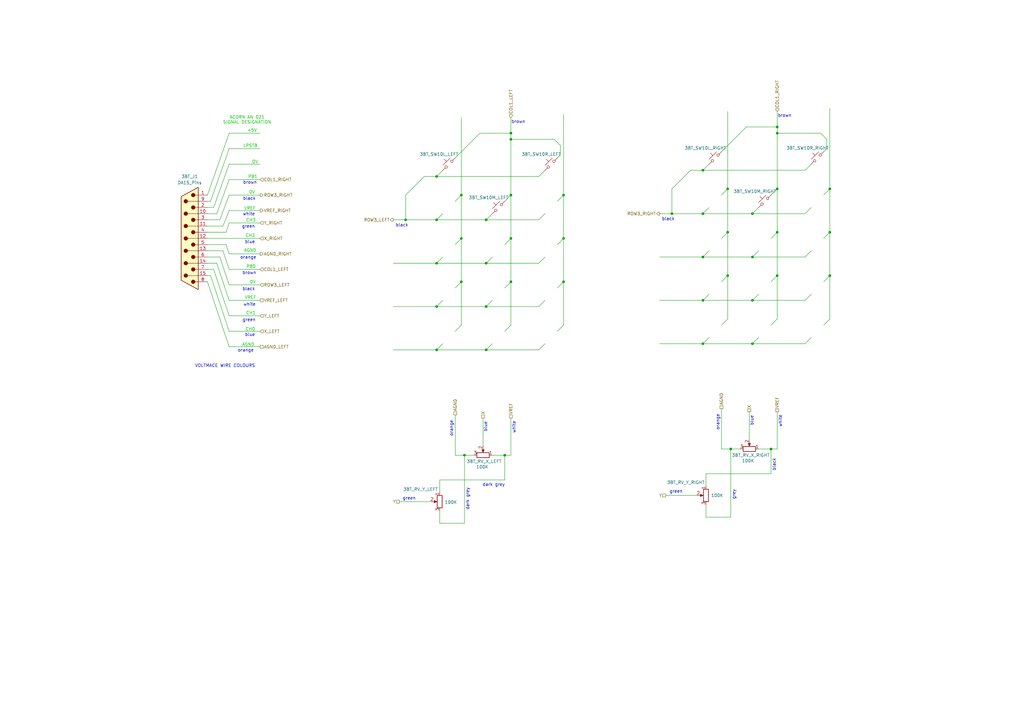
<source format=kicad_sch>
(kicad_sch (version 20250114) (generator "eeschema") (generator_version "9.0")
  (paper "A3")
  (lib_symbols
    (symbol "Connector:DA15_Pins" (pin_names (offset 1.016) (hide yes))
      (property "Reference" "J" (at 0.508 21.59 0))
      (property "Value" "DA15_Pins" (at 0 -22.225 0))
      (symbol "DA15_Pins_0_1"
        (polyline (pts (xy -3.81 17.78) (xy -2.54 17.78)))
        (polyline (pts (xy -3.81 15.24) (xy 0.508 15.24)))
        (polyline (pts (xy -3.81 12.7) (xy -2.54 12.7)))
        (polyline (pts (xy -3.81 10.16) (xy 0.508 10.16)))
        (polyline (pts (xy -3.81 7.62) (xy -2.54 7.62)))
        (polyline (pts (xy -3.81 5.08) (xy 0.508 5.08)))
        (polyline (pts (xy -3.81 2.54) (xy -2.54 2.54)))
        (polyline (pts (xy -3.81 0) (xy 0.508 0)))
        (polyline (pts (xy -3.81 -2.54) (xy -2.54 -2.54)))
        (polyline (pts (xy -3.81 -5.08) (xy 0.508 -5.08)))
        (polyline (pts (xy -3.81 -7.62) (xy -2.54 -7.62)))
        (polyline (pts (xy -3.81 -10.16) (xy 0.508 -10.16)))
        (polyline (pts (xy -3.81 -12.7) (xy -2.54 -12.7)))
        (polyline (pts (xy -3.81 -15.24) (xy 0.508 -15.24)))
        (polyline (pts (xy -3.81 -17.78) (xy -2.54 -17.78)))
        (polyline (pts (xy -3.81 -20.955) (xy 3.175 -17.145) (xy 3.175 17.145) (xy -3.81 20.955) (xy -3.81 -20.955)) (stroke (width 0.254)) (fill (type background)))
        (circle (center -1.778 17.78) (radius 0.762) (fill (type outline)))
        (circle (center -1.778 12.7) (radius 0.762) (fill (type outline)))
        (circle (center -1.778 7.62) (radius 0.762) (fill (type outline)))
        (circle (center -1.778 2.54) (radius 0.762) (fill (type outline)))
        (circle (center -1.778 -2.54) (radius 0.762) (fill (type outline)))
        (circle (center -1.778 -7.62) (radius 0.762) (fill (type outline)))
        (circle (center -1.778 -12.7) (radius 0.762) (fill (type outline)))
        (circle (center -1.778 -17.78) (radius 0.762) (fill (type outline)))
        (circle (center 1.27 15.24) (radius 0.762) (fill (type outline)))
        (circle (center 1.27 10.16) (radius 0.762) (fill (type outline)))
        (circle (center 1.27 5.08) (radius 0.762) (fill (type outline)))
        (circle (center 1.27 0) (radius 0.762) (fill (type outline)))
        (circle (center 1.27 -5.08) (radius 0.762) (fill (type outline)))
        (circle (center 1.27 -10.16) (radius 0.762) (fill (type outline)))
        (circle (center 1.27 -15.24) (radius 0.762) (fill (type outline)))
      )
      (symbol "DA15_Pins_1_1"
        (pin passive line (at -7.62 17.78 0) (length 3.81) (name "8") (number "8"))
        (pin passive line (at -7.62 15.24 0) (length 3.81) (name "P15") (number "15"))
        (pin passive line (at -7.62 12.7 0) (length 3.81) (name "7") (number "7"))
        (pin passive line (at -7.62 10.16 0) (length 3.81) (name "P14") (number "14"))
        (pin passive line (at -7.62 7.62 0) (length 3.81) (name "6") (number "6"))
        (pin passive line (at -7.62 5.08 0) (length 3.81) (name "P13") (number "13"))
        (pin passive line (at -7.62 2.54 0) (length 3.81) (name "5") (number "5"))
        (pin passive line (at -7.62 0 0) (length 3.81) (name "P12") (number "12"))
        (pin passive line (at -7.62 -2.54 0) (length 3.81) (name "4") (number "4"))
        (pin passive line (at -7.62 -5.08 0) (length 3.81) (name "P111") (number "11"))
        (pin passive line (at -7.62 -7.62 0) (length 3.81) (name "3") (number "3"))
        (pin passive line (at -7.62 -10.16 0) (length 3.81) (name "P10") (number "10"))
        (pin passive line (at -7.62 -12.7 0) (length 3.81) (name "2") (number "2"))
        (pin passive line (at -7.62 -15.24 0) (length 3.81) (name "P9") (number "9"))
        (pin passive line (at -7.62 -17.78 0) (length 3.81) (name "1") (number "1"))
      )
    )
    (symbol "Device:R_Potentiometer" (pin_names (offset 1.016) (hide yes))
      (property "Reference" "RV" (at -4.445 0 90))
      (property "Value" "R_Potentiometer" (at -2.54 0 90))
      (symbol "R_Potentiometer_0_1"
        (rectangle (start 1.016 2.54) (end -1.016 -2.54) (stroke (width 0.254)))
        (polyline (pts (xy 1.143 0) (xy 2.286 0.508) (xy 2.286 -0.508) (xy 1.143 0)) (fill (type outline)))
        (polyline (pts (xy 2.54 0) (xy 1.524 0)))
      )
      (symbol "R_Potentiometer_1_1"
        (pin passive line (at 0 3.81 270) (length 1.27) (name "1") (number "1"))
        (pin passive line (at 0 -3.81 90) (length 1.27) (name "3") (number "3"))
        (pin passive line (at 3.81 0 180) (length 1.27) (name "2") (number "2"))
      )
    )
    (symbol "Switch:SW_Push_45deg" (pin_numbers (hide yes)) (pin_names (offset 1.016) (hide yes))
      (property "Reference" "SW" (at 3.048 1.016 0))
      (property "Value" "SW_Push_45deg" (at 0 -3.81 0))
      (symbol "SW_Push_45deg_0_1"
        (polyline (pts (xy -2.54 2.54) (xy -1.524 1.524) (xy -1.524 1.524)))
        (circle (center -1.1684 1.1684) (radius 0.508))
        (polyline (pts (xy -0.508 2.54) (xy 2.54 -0.508)))
        (polyline (pts (xy 1.016 1.016) (xy 2.032 2.032)))
        (circle (center 1.143 -1.1938) (radius 0.508))
        (polyline (pts (xy 1.524 -1.524) (xy 2.54 -2.54) (xy 2.54 -2.54) (xy 2.54 -2.54)))
        (pin passive line (at -2.54 2.54 0) (length 0) (name "1") (number "1"))
        (pin passive line (at 2.54 -2.54 180) (length 0) (name "2") (number "2"))
      )
    )
  )
  (text "black" (at 164.846 92.456 0) (effects (font (size 1.27 1.27))))
  (text "brown" (at 321.818 47.498 0) (effects (font (size 1.27 1.27))))
  (text "white" (at 104.648 87.884 0) (effects (font (size 1.27 1.27)) (justify right)))
  (text "VREF" (at 104.902 85.598 0) (effects (font (size 1.27 1.27)) (justify right)))
  (text "brown" (at 105.156 112.014 0) (effects (font (size 1.27 1.27)) (justify right)))
  (text "blue" (at 104.648 137.414 0) (effects (font (size 1.27 1.27)) (justify right)))
  (text "CH0" (at 104.648 135.128 0) (effects (font (size 1.27 1.27)) (justify right)))
  (text "CH2" (at 104.648 96.774 0) (effects (font (size 1.27 1.27)) (justify right)))
  (text "orange" (at 294.386 176.53 90) (effects (font (size 1.27 1.27)) (justify left)))
  (text "white" (at 320.04 170.18 90) (effects (font (size 1.27 1.27)) (justify right)))
  (text "PB1" (at 105.664 72.644 0) (effects (font (size 1.27 1.27)) (justify right)))
  (text "black" (at 274.066 89.916 0) (effects (font (size 1.27 1.27))))
  (text "orange" (at 104.14 143.764 0) (effects (font (size 1.27 1.27)) (justify right)))
  (text "blue" (at 104.648 99.314 0) (effects (font (size 1.27 1.27)) (justify right)))
  (text "CH1" (at 104.902 128.524 0) (effects (font (size 1.27 1.27)) (justify right)))
  (text "brown" (at 212.598 50.038 0) (effects (font (size 1.27 1.27))))
  (text "blue" (at 308.356 170.434 90) (effects (font (size 1.27 1.27)) (justify right)))
  (text "green" (at 104.902 131.318 0) (effects (font (size 1.27 1.27)) (justify right)))
  (text "0V" (at 104.902 115.824 0) (effects (font (size 1.27 1.27)) (justify right)))
  (text "0V" (at 104.648 78.994 0) (effects (font (size 1.27 1.27)) (justify right)))
  (text "AGND" (at 105.156 102.87 0) (effects (font (size 1.27 1.27)) (justify right)))
  (text "grey" (at 300.99 204.978 90) (effects (font (size 1.27 1.27)) (justify left)))
  (text "CH3" (at 104.902 90.424 0) (effects (font (size 1.27 1.27)) (justify right)))
  (text "black" (at 104.648 118.618 0) (effects (font (size 1.27 1.27)) (justify right)))
  (text "brown" (at 105.41 74.93 0) (effects (font (size 1.27 1.27)) (justify right)))
  (text "black" (at 317.5 187.96 90) (effects (font (size 1.27 1.27)) (justify right)))
  (text "blue" (at 199.136 172.974 90) (effects (font (size 1.27 1.27)) (justify right)))
  (text "dark grey" (at 191.77 209.296 90) (effects (font (size 1.27 1.27)) (justify left)))
  (text "+5V" (at 105.41 53.594 0) (effects (font (size 1.27 1.27)) (justify right)))
  (text "orange" (at 105.156 105.664 0) (effects (font (size 1.27 1.27)) (justify right)))
  (text "orange" (at 185.166 179.07 90) (effects (font (size 1.27 1.27)) (justify left)))
  (text "OV" (at 105.918 66.548 0) (effects (font (size 1.27 1.27)) (justify right)))
  (text "VREF" (at 105.156 122.174 0) (effects (font (size 1.27 1.27)) (justify right)))
  (text "LPSTB" (at 105.664 59.944 0) (effects (font (size 1.27 1.27)) (justify right)))
  (text "PB0" (at 104.902 109.474 0) (effects (font (size 1.27 1.27)) (justify right)))
  (text "ACORN AN 021\nSIGNAL DESIGNATION" (at 101.346 49.276 0) (effects (font (size 1.27 1.27))))
  (text "green" (at 274.574 201.676 0) (effects (font (size 1.27 1.27)) (justify left)))
  (text "white" (at 210.82 172.72 90) (effects (font (size 1.27 1.27)) (justify right)))
  (text "AGND" (at 104.394 141.478 0) (effects (font (size 1.27 1.27)) (justify right)))
  (text "green" (at 104.648 92.964 0) (effects (font (size 1.27 1.27)) (justify right)))
  (text "VOLTMACE WIRE COLOURS" (at 104.648 150.114 0) (effects (font (size 1.27 1.27)) (justify right)))
  (text "green" (at 165.1 204.47 0) (effects (font (size 1.27 1.27)) (justify left)))
  (text "dark grey" (at 197.866 198.882 0) (effects (font (size 1.27 1.27)) (justify left)))
  (text "white" (at 104.902 124.968 0) (effects (font (size 1.27 1.27)) (justify right)))
  (text "black" (at 104.902 81.534 0) (effects (font (size 1.27 1.27)) (justify right)))
  (junction (at 189.23 115.57))
  (junction (at 209.55 57.15))
  (junction (at 288.29 87.63))
  (junction (at 308.61 123.19))
  (junction (at 199.39 90.17))
  (junction (at 288.29 105.41))
  (junction (at 308.61 87.63))
  (junction (at 316.23 184.15))
  (junction (at 318.77 95.25))
  (junction (at 166.37 90.17))
  (junction (at 207.01 186.69))
  (junction (at 209.55 97.79))
  (junction (at 298.45 95.25))
  (junction (at 179.07 125.73))
  (junction (at 209.55 54.61))
  (junction (at 308.61 105.41))
  (junction (at 189.23 97.79))
  (junction (at 288.29 69.85))
  (junction (at 231.14 80.01))
  (junction (at 298.45 113.03))
  (junction (at 318.77 54.61))
  (junction (at 340.36 77.47))
  (junction (at 299.72 184.15))
  (junction (at 340.36 95.25))
  (junction (at 288.29 123.19))
  (junction (at 298.45 77.47))
  (junction (at 179.07 72.39))
  (junction (at 179.07 107.95))
  (junction (at 199.39 143.51))
  (junction (at 231.14 97.79))
  (junction (at 288.29 140.97))
  (junction (at 209.55 115.57))
  (junction (at 308.61 140.97))
  (junction (at 318.77 52.07))
  (junction (at 231.14 115.57))
  (junction (at 318.77 113.03))
  (junction (at 318.77 77.47))
  (junction (at 179.07 143.51))
  (junction (at 340.36 113.03))
  (junction (at 189.23 80.01))
  (junction (at 275.59 87.63))
  (junction (at 179.07 90.17))
  (junction (at 190.5 186.69))
  (junction (at 199.39 125.73))
  (junction (at 199.39 107.95))
  (junction (at 209.55 80.01))
  (wire (pts (xy 209.55 48.26) (xy 209.55 54.61)))
  (wire (pts (xy 273.05 203.2) (xy 285.75 203.2)))
  (wire (pts (xy 161.29 107.95) (xy 179.07 107.95)))
  (wire (pts (xy 298.45 77.47) (xy 298.45 95.25)))
  (wire (pts (xy 180.34 196.85) (xy 180.34 201.93)))
  (wire (pts (xy 207.01 118.11) (xy 209.55 115.57)))
  (wire (pts (xy 288.29 69.85) (xy 330.2 69.85)))
  (wire (pts (xy 85.09 82.55) (xy 86.36 82.55)))
  (wire (pts (xy 332.74 102.87) (xy 330.2 105.41)))
  (wire (pts (xy 299.72 184.15) (xy 299.72 212.09)))
  (wire (pts (xy 201.93 105.41) (xy 199.39 107.95)))
  (wire (pts (xy 93.98 60.96) (xy 106.68 60.96)))
  (wire (pts (xy 318.77 184.15) (xy 316.23 184.15)))
  (wire (pts (xy 161.29 90.17) (xy 166.37 90.17)))
  (wire (pts (xy 92.71 100.33) (xy 93.98 104.14)))
  (wire (pts (xy 290.83 102.87) (xy 288.29 105.41)))
  (wire (pts (xy 275.59 87.63) (xy 288.29 87.63)))
  (wire (pts (xy 85.09 80.01) (xy 93.98 54.61)))
  (wire (pts (xy 290.83 138.43) (xy 288.29 140.97)))
  (wire (pts (xy 93.98 142.24) (xy 106.68 142.24)))
  (wire (pts (xy 86.36 113.03) (xy 93.98 135.89)))
  (wire (pts (xy 339.09 57.15) (xy 336.55 54.61)))
  (wire (pts (xy 283.21 69.85) (xy 288.29 69.85)))
  (wire (pts (xy 189.23 115.57) (xy 189.23 133.35)))
  (wire (pts (xy 166.37 90.17) (xy 179.07 90.17)))
  (wire (pts (xy 295.91 115.57) (xy 298.45 113.03)))
  (wire (pts (xy 209.55 171.45) (xy 209.55 186.69)))
  (wire (pts (xy 209.55 186.69) (xy 207.01 186.69)))
  (wire (pts (xy 289.56 207.01) (xy 289.56 212.09)))
  (wire (pts (xy 85.09 105.41) (xy 90.17 105.41)))
  (wire (pts (xy 209.55 54.61) (xy 209.55 57.15)))
  (wire (pts (xy 209.55 80.01) (xy 209.55 97.79)))
  (wire (pts (xy 337.82 133.35) (xy 340.36 130.81)))
  (wire (pts (xy 92.71 95.25) (xy 93.98 91.44)))
  (wire (pts (xy 231.14 115.57) (xy 231.14 133.35)))
  (wire (pts (xy 87.63 85.09) (xy 93.98 67.31)))
  (wire (pts (xy 295.91 80.01) (xy 298.45 77.47)))
  (wire (pts (xy 189.23 48.26) (xy 189.23 80.01)))
  (wire (pts (xy 228.6 118.11) (xy 231.14 115.57)))
  (wire (pts (xy 340.36 113.03) (xy 340.36 130.81)))
  (wire (pts (xy 201.93 140.97) (xy 199.39 143.51)))
  (wire (pts (xy 85.09 113.03) (xy 86.36 113.03)))
  (wire (pts (xy 307.34 168.91) (xy 307.34 180.34)))
  (wire (pts (xy 316.23 115.57) (xy 318.77 113.03)))
  (wire (pts (xy 332.74 120.65) (xy 330.2 123.19)))
  (wire (pts (xy 308.61 140.97) (xy 330.2 140.97)))
  (wire (pts (xy 228.6 135.89) (xy 231.14 133.35)))
  (wire (pts (xy 207.01 186.69) (xy 207.01 196.85)))
  (wire (pts (xy 295.91 97.79) (xy 298.45 95.25)))
  (wire (pts (xy 189.23 97.79) (xy 189.23 115.57)))
  (wire (pts (xy 90.17 105.41) (xy 93.98 116.84)))
  (wire (pts (xy 180.34 196.85) (xy 207.01 196.85)))
  (wire (pts (xy 181.61 105.41) (xy 179.07 107.95)))
  (wire (pts (xy 181.61 123.19) (xy 179.07 125.73)))
  (wire (pts (xy 311.15 138.43) (xy 308.61 140.97)))
  (wire (pts (xy 228.6 82.55) (xy 231.14 80.01)))
  (wire (pts (xy 316.23 184.15) (xy 311.15 184.15)))
  (wire (pts (xy 223.52 69.85) (xy 220.98 72.39)))
  (wire (pts (xy 173.99 72.39) (xy 166.37 80.01)))
  (wire (pts (xy 196.85 54.61) (xy 209.55 54.61)))
  (wire (pts (xy 311.15 85.09) (xy 308.61 87.63)))
  (wire (pts (xy 298.45 95.25) (xy 298.45 113.03)))
  (wire (pts (xy 85.09 85.09) (xy 87.63 85.09)))
  (wire (pts (xy 180.34 209.55) (xy 180.34 214.63)))
  (wire (pts (xy 163.83 205.74) (xy 176.53 205.74)))
  (wire (pts (xy 318.77 168.91) (xy 318.77 184.15)))
  (wire (pts (xy 270.51 87.63) (xy 275.59 87.63)))
  (wire (pts (xy 270.51 123.19) (xy 288.29 123.19)))
  (wire (pts (xy 179.07 107.95) (xy 199.39 107.95)))
  (wire (pts (xy 161.29 125.73) (xy 179.07 125.73)))
  (wire (pts (xy 290.83 120.65) (xy 288.29 123.19)))
  (wire (pts (xy 318.77 52.07) (xy 318.77 54.61)))
  (wire (pts (xy 93.98 110.49) (xy 106.68 110.49)))
  (wire (pts (xy 231.14 80.01) (xy 231.14 97.79)))
  (wire (pts (xy 209.55 57.15) (xy 227.33 57.15)))
  (wire (pts (xy 311.15 102.87) (xy 308.61 105.41)))
  (wire (pts (xy 231.14 46.99) (xy 231.14 80.01)))
  (wire (pts (xy 189.23 80.01) (xy 189.23 97.79)))
  (wire (pts (xy 186.69 135.89) (xy 189.23 133.35)))
  (wire (pts (xy 87.63 110.49) (xy 93.98 129.54)))
  (wire (pts (xy 289.56 212.09) (xy 299.72 212.09)))
  (wire (pts (xy 290.83 85.09) (xy 288.29 87.63)))
  (wire (pts (xy 288.29 105.41) (xy 308.61 105.41)))
  (wire (pts (xy 299.72 184.15) (xy 295.91 184.15)))
  (wire (pts (xy 207.01 100.33) (xy 209.55 97.79)))
  (wire (pts (xy 199.39 143.51) (xy 220.98 143.51)))
  (wire (pts (xy 318.77 54.61) (xy 318.77 77.47)))
  (wire (pts (xy 209.55 115.57) (xy 209.55 133.35)))
  (wire (pts (xy 229.87 59.69) (xy 229.87 63.5)))
  (wire (pts (xy 290.83 67.31) (xy 288.29 69.85)))
  (wire (pts (xy 207.01 186.69) (xy 201.93 186.69)))
  (wire (pts (xy 270.51 105.41) (xy 288.29 105.41)))
  (wire (pts (xy 199.39 107.95) (xy 220.98 107.95)))
  (wire (pts (xy 93.98 67.31) (xy 106.68 67.31)))
  (wire (pts (xy 86.36 82.55) (xy 93.98 60.96)))
  (wire (pts (xy 209.55 97.79) (xy 209.55 115.57)))
  (wire (pts (xy 318.77 77.47) (xy 318.77 95.25)))
  (wire (pts (xy 318.77 113.03) (xy 318.77 130.81)))
  (wire (pts (xy 93.98 116.84) (xy 106.68 116.84)))
  (wire (pts (xy 223.52 140.97) (xy 220.98 143.51)))
  (wire (pts (xy 308.61 87.63) (xy 330.2 87.63)))
  (wire (pts (xy 179.07 125.73) (xy 199.39 125.73)))
  (wire (pts (xy 179.07 143.51) (xy 199.39 143.51)))
  (wire (pts (xy 85.09 100.33) (xy 92.71 100.33)))
  (wire (pts (xy 93.98 80.01) (xy 106.68 80.01)))
  (wire (pts (xy 229.87 59.69) (xy 227.33 57.15)))
  (wire (pts (xy 337.82 62.23) (xy 339.09 60.96)))
  (wire (pts (xy 93.98 91.44) (xy 106.68 91.44)))
  (wire (pts (xy 283.21 69.85) (xy 275.59 77.47)))
  (wire (pts (xy 166.37 80.01) (xy 166.37 90.17)))
  (wire (pts (xy 288.29 123.19) (xy 308.61 123.19)))
  (wire (pts (xy 223.52 87.63) (xy 220.98 90.17)))
  (wire (pts (xy 275.59 77.47) (xy 275.59 87.63)))
  (wire (pts (xy 332.74 138.43) (xy 330.2 140.97)))
  (wire (pts (xy 308.61 105.41) (xy 330.2 105.41)))
  (wire (pts (xy 179.07 90.17) (xy 199.39 90.17)))
  (wire (pts (xy 318.77 54.61) (xy 336.55 54.61)))
  (wire (pts (xy 228.6 100.33) (xy 231.14 97.79)))
  (wire (pts (xy 180.34 214.63) (xy 190.5 214.63)))
  (wire (pts (xy 186.69 64.77) (xy 196.85 54.61)))
  (wire (pts (xy 318.77 95.25) (xy 318.77 113.03)))
  (wire (pts (xy 207.01 82.55) (xy 209.55 80.01)))
  (wire (pts (xy 231.14 97.79) (xy 231.14 115.57)))
  (wire (pts (xy 316.23 184.15) (xy 316.23 194.31)))
  (wire (pts (xy 303.53 184.15) (xy 299.72 184.15)))
  (wire (pts (xy 209.55 57.15) (xy 209.55 80.01)))
  (wire (pts (xy 332.74 85.09) (xy 330.2 87.63)))
  (wire (pts (xy 295.91 62.23) (xy 306.07 52.07)))
  (wire (pts (xy 306.07 52.07) (xy 318.77 52.07)))
  (wire (pts (xy 339.09 57.15) (xy 339.09 60.96)))
  (wire (pts (xy 289.56 194.31) (xy 289.56 199.39)))
  (wire (pts (xy 93.98 135.89) (xy 106.68 135.89)))
  (wire (pts (xy 91.44 102.87) (xy 93.98 110.49)))
  (wire (pts (xy 298.45 45.72) (xy 298.45 77.47)))
  (wire (pts (xy 198.12 171.45) (xy 198.12 182.88)))
  (wire (pts (xy 181.61 87.63) (xy 179.07 90.17)))
  (wire (pts (xy 289.56 194.31) (xy 316.23 194.31)))
  (wire (pts (xy 311.15 120.65) (xy 308.61 123.19)))
  (wire (pts (xy 181.61 140.97) (xy 179.07 143.51)))
  (wire (pts (xy 186.69 82.55) (xy 189.23 80.01)))
  (wire (pts (xy 288.29 140.97) (xy 308.61 140.97)))
  (wire (pts (xy 85.09 110.49) (xy 87.63 110.49)))
  (wire (pts (xy 295.91 167.64) (xy 295.91 184.15)))
  (wire (pts (xy 201.93 123.19) (xy 199.39 125.73)))
  (wire (pts (xy 186.69 100.33) (xy 189.23 97.79)))
  (wire (pts (xy 332.74 67.31) (xy 330.2 69.85)))
  (wire (pts (xy 181.61 69.85) (xy 179.07 72.39)))
  (wire (pts (xy 85.09 92.71) (xy 91.44 92.71)))
  (wire (pts (xy 295.91 133.35) (xy 298.45 130.81)))
  (wire (pts (xy 93.98 73.66) (xy 106.68 73.66)))
  (wire (pts (xy 316.23 80.01) (xy 318.77 77.47)))
  (wire (pts (xy 228.6 64.77) (xy 229.87 63.5)))
  (wire (pts (xy 207.01 135.89) (xy 209.55 133.35)))
  (wire (pts (xy 194.31 186.69) (xy 190.5 186.69)))
  (wire (pts (xy 85.09 107.95) (xy 88.9 107.95)))
  (wire (pts (xy 223.52 123.19) (xy 220.98 125.73)))
  (wire (pts (xy 298.45 113.03) (xy 298.45 130.81)))
  (wire (pts (xy 190.5 186.69) (xy 190.5 214.63)))
  (wire (pts (xy 337.82 97.79) (xy 340.36 95.25)))
  (wire (pts (xy 340.36 77.47) (xy 340.36 95.25)))
  (wire (pts (xy 199.39 125.73) (xy 220.98 125.73)))
  (wire (pts (xy 201.93 87.63) (xy 199.39 90.17)))
  (wire (pts (xy 173.99 72.39) (xy 179.07 72.39)))
  (wire (pts (xy 93.98 123.19) (xy 106.68 123.19)))
  (wire (pts (xy 161.29 143.51) (xy 179.07 143.51)))
  (wire (pts (xy 316.23 97.79) (xy 318.77 95.25)))
  (wire (pts (xy 186.69 118.11) (xy 189.23 115.57)))
  (wire (pts (xy 340.36 95.25) (xy 340.36 113.03)))
  (wire (pts (xy 186.69 170.18) (xy 186.69 186.69)))
  (wire (pts (xy 85.09 115.57) (xy 93.98 142.24)))
  (wire (pts (xy 91.44 92.71) (xy 93.98 86.36)))
  (wire (pts (xy 85.09 102.87) (xy 91.44 102.87)))
  (wire (pts (xy 190.5 186.69) (xy 186.69 186.69)))
  (wire (pts (xy 93.98 54.61) (xy 106.68 54.61)))
  (wire (pts (xy 337.82 80.01) (xy 340.36 77.47)))
  (wire (pts (xy 340.36 44.45) (xy 340.36 77.47)))
  (wire (pts (xy 88.9 87.63) (xy 93.98 73.66)))
  (wire (pts (xy 93.98 104.14) (xy 106.68 104.14)))
  (wire (pts (xy 85.09 97.79) (xy 106.68 97.79)))
  (wire (pts (xy 179.07 72.39) (xy 220.98 72.39)))
  (wire (pts (xy 88.9 107.95) (xy 93.98 123.19)))
  (wire (pts (xy 288.29 87.63) (xy 308.61 87.63)))
  (wire (pts (xy 199.39 90.17) (xy 220.98 90.17)))
  (wire (pts (xy 93.98 86.36) (xy 106.68 86.36)))
  (wire (pts (xy 85.09 95.25) (xy 92.71 95.25)))
  (wire (pts (xy 90.17 90.17) (xy 93.98 80.01)))
  (wire (pts (xy 316.23 133.35) (xy 318.77 130.81)))
  (wire (pts (xy 85.09 90.17) (xy 90.17 90.17)))
  (wire (pts (xy 270.51 140.97) (xy 288.29 140.97)))
  (wire (pts (xy 337.82 115.57) (xy 340.36 113.03)))
  (wire (pts (xy 223.52 105.41) (xy 220.98 107.95)))
  (wire (pts (xy 318.77 45.72) (xy 318.77 52.07)))
  (wire (pts (xy 308.61 123.19) (xy 330.2 123.19)))
  (wire (pts (xy 85.09 87.63) (xy 88.9 87.63)))
  (wire (pts (xy 93.98 129.54) (xy 106.68 129.54)))
  (hierarchical_label "AGND" (shape passive) (at 295.91 167.64 90))
  (hierarchical_label "AGND_RIGHT" (shape output) (at 106.68 104.14 0))
  (hierarchical_label "VREF" (shape passive) (at 209.55 171.45 90))
  (hierarchical_label "X" (shape passive) (at 307.34 168.91 90))
  (hierarchical_label "Y" (shape passive) (at 273.05 203.2 180))
  (hierarchical_label "ROW3_RIGHT" (shape output) (at 106.68 80.01 0))
  (hierarchical_label "AGND" (shape passive) (at 186.69 170.18 90))
  (hierarchical_label "COL1_RIGHT" (shape input) (at 318.77 45.72 90))
  (hierarchical_label "VREF" (shape passive) (at 318.77 168.91 90))
  (hierarchical_label "ROW3_LEFT" (shape input) (at 106.68 116.84 0))
  (hierarchical_label "COL1_RIGHT" (shape input) (at 106.68 73.66 0))
  (hierarchical_label "ROW3_RIGHT" (shape output) (at 270.51 87.63 180))
  (hierarchical_label "X_RIGHT" (shape input) (at 106.68 97.79 0))
  (hierarchical_label "COL1_LEFT" (shape input) (at 209.55 48.26 90))
  (hierarchical_label "Y" (shape passive) (at 163.83 205.74 180))
  (hierarchical_label "Y_RIGHT" (shape input) (at 106.68 91.44 0))
  (hierarchical_label "ROW3_LEFT" (shape output) (at 161.29 90.17 180))
  (hierarchical_label "X_LEFT" (shape input) (at 106.68 135.89 0))
  (hierarchical_label "COL1_LEFT" (shape input) (at 106.68 110.49 0))
  (hierarchical_label "Y_LEFT" (shape input) (at 106.68 129.54 0))
  (hierarchical_label "VREF_RIGHT" (shape output) (at 106.68 86.36 0))
  (hierarchical_label "VREF_LEFT" (shape passive) (at 106.68 123.19 0))
  (hierarchical_label "AGND_LEFT" (shape passive) (at 106.68 142.24 0))
  (hierarchical_label "X" (shape passive) (at 198.12 171.45 90))
  (symbol (lib_id "Device:R_Potentiometer") (at 307.34 184.15 270) (mirror x) (unit 1)
    (property "Reference" "3BT_RV_X_RIGHT" (at 315.722 186.69 90) (effects (justify right)))
    (property "Value" "100K" (at 309.372 188.976 90) (effects (justify right)))
    (property "Description" "Potentiometer" (effects (hide yes)))
  )
  (symbol (lib_id "Switch:SW_Push_45deg") (at 204.47 85.09 0) (mirror y) (unit 1)
    (property "Reference" "3BT_SW10M_LEFT" (at 200.406 81.026 0))
    (property "Value" "SW_Push_45deg" (effects (hide yes)))
    (property "Description" "Push button switch, normally open, two pins, 45° tilted" (effects (hide yes)))
  )
  (symbol (lib_id "Switch:SW_Push_45deg") (at 293.37 64.77 0) (mirror y) (unit 1)
    (property "Reference" "3BT_SW10L_RIGHT" (at 289.306 60.706 0))
    (property "Value" "SW_Push_45deg" (effects (hide yes)))
    (property "Description" "Push button switch, normally open, two pins, 45° tilted" (effects (hide yes)))
  )
  (symbol (lib_id "Device:R_Potentiometer") (at 180.34 205.74 0) (mirror y) (unit 1)
    (property "Reference" "3BT_RV_Y_LEFT" (at 165.354 200.66 0) (effects (justify right)))
    (property "Value" "100K" (at 182.372 205.994 0) (effects (justify right)))
    (property "Description" "Potentiometer" (effects (hide yes)))
  )
  (symbol (lib_id "Switch:SW_Push_45deg") (at 313.69 82.55 0) (mirror y) (unit 1)
    (property "Reference" "3BT_SW10M_RIGHT" (at 309.626 78.486 0))
    (property "Value" "SW_Push_45deg" (effects (hide yes)))
    (property "Description" "Push button switch, normally open, two pins, 45° tilted" (effects (hide yes)))
  )
  (symbol (lib_id "Device:R_Potentiometer") (at 289.56 203.2 0) (mirror y) (unit 1)
    (property "Reference" "3BT_RV_Y_RIGHT" (at 273.558 197.866 0) (effects (justify right)))
    (property "Value" "100K" (at 291.592 203.2 0) (effects (justify right)))
    (property "Description" "Potentiometer" (effects (hide yes)))
  )
  (symbol (lib_id "Device:R_Potentiometer") (at 198.12 186.69 270) (mirror x) (unit 1)
    (property "Reference" "3BT_RV_X_LEFT" (at 205.74 189.23 90) (effects (justify right)))
    (property "Value" "100K" (at 200.406 191.516 90) (effects (justify right)))
    (property "Description" "Potentiometer" (effects (hide yes)))
  )
  (symbol (lib_id "Connector:DA15_Pins") (at 77.47 97.79 180) (unit 1)
    (property "Reference" "3BT_J1" (at 77.7875 72.39 0))
    (property "Value" "DA15_Pins" (at 77.7875 74.93 0))
    (property "Description" "15-pin D-SUB connector, pins (male) (low-density/2 columns)" (effects (hide yes)))
  )
  (symbol (lib_id "Switch:SW_Push_45deg") (at 335.28 64.77 0) (mirror y) (unit 1)
    (property "Reference" "3BT_SW10R_RIGHT" (at 331.216 60.706 0))
    (property "Value" "SW_Push_45deg" (effects (hide yes)))
    (property "Description" "Push button switch, normally open, two pins, 45° tilted" (effects (hide yes)))
  )
  (symbol (lib_id "Switch:SW_Push_45deg") (at 226.06 67.31 0) (mirror y) (unit 1)
    (property "Reference" "3BT_SW10R_LEFT" (at 221.996 63.246 0))
    (property "Value" "SW_Push_45deg" (effects (hide yes)))
    (property "Description" "Push button switch, normally open, two pins, 45° tilted" (effects (hide yes)))
  )
  (symbol (lib_id "Switch:SW_Push_45deg") (at 184.15 67.31 0) (mirror y) (unit 1)
    (property "Reference" "3BT_SW10L_LEFT" (at 180.086 63.246 0))
    (property "Value" "SW_Push_45deg" (effects (hide yes)))
    (property "Description" "Push button switch, normally open, two pins, 45° tilted" (effects (hide yes)))
  )
)
</source>
